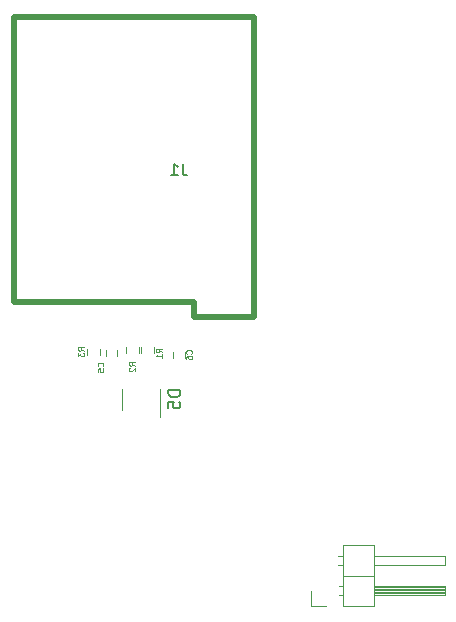
<source format=gbo>
G04 #@! TF.FileFunction,Legend,Bot*
%FSLAX46Y46*%
G04 Gerber Fmt 4.6, Leading zero omitted, Abs format (unit mm)*
G04 Created by KiCad (PCBNEW 4.0.7) date 06/11/18 13:45:27*
%MOMM*%
%LPD*%
G01*
G04 APERTURE LIST*
%ADD10C,0.100000*%
%ADD11C,0.500000*%
%ADD12C,0.120000*%
%ADD13C,0.150000*%
G04 APERTURE END LIST*
D10*
D11*
X130177000Y-87915000D02*
X130177000Y-63785000D01*
X145417000Y-87915000D02*
X130177000Y-87915000D01*
X145417000Y-89185000D02*
X145417000Y-87915000D01*
X150497000Y-89185000D02*
X145417000Y-89185000D01*
X150497000Y-63785000D02*
X150497000Y-89185000D01*
X130177000Y-63785000D02*
X150497000Y-63785000D01*
D12*
X138902000Y-91983000D02*
X138902000Y-92483000D01*
X137962000Y-92483000D02*
X137962000Y-91983000D01*
X143690000Y-92624000D02*
X143690000Y-92124000D01*
X144630000Y-92124000D02*
X144630000Y-92624000D01*
X139301000Y-97027000D02*
X139301000Y-95227000D01*
X142521000Y-95227000D02*
X142521000Y-97677000D01*
X158010000Y-113680000D02*
X158010000Y-108480000D01*
X158010000Y-108480000D02*
X160670000Y-108480000D01*
X160670000Y-108480000D02*
X160670000Y-113680000D01*
X160670000Y-113680000D02*
X158010000Y-113680000D01*
X160670000Y-112730000D02*
X166670000Y-112730000D01*
X166670000Y-112730000D02*
X166670000Y-111970000D01*
X166670000Y-111970000D02*
X160670000Y-111970000D01*
X160670000Y-112670000D02*
X166670000Y-112670000D01*
X160670000Y-112550000D02*
X166670000Y-112550000D01*
X160670000Y-112430000D02*
X166670000Y-112430000D01*
X160670000Y-112310000D02*
X166670000Y-112310000D01*
X160670000Y-112190000D02*
X166670000Y-112190000D01*
X160670000Y-112070000D02*
X166670000Y-112070000D01*
X157680000Y-112730000D02*
X158010000Y-112730000D01*
X157680000Y-111970000D02*
X158010000Y-111970000D01*
X158010000Y-111080000D02*
X160670000Y-111080000D01*
X160670000Y-110190000D02*
X166670000Y-110190000D01*
X166670000Y-110190000D02*
X166670000Y-109430000D01*
X166670000Y-109430000D02*
X160670000Y-109430000D01*
X157612929Y-110190000D02*
X158010000Y-110190000D01*
X157612929Y-109430000D02*
X158010000Y-109430000D01*
X155300000Y-112350000D02*
X155300000Y-113620000D01*
X155300000Y-113620000D02*
X156570000Y-113620000D01*
X140980000Y-92229000D02*
X140980000Y-91729000D01*
X142040000Y-91729000D02*
X142040000Y-92229000D01*
X139680000Y-92229000D02*
X139680000Y-91729000D01*
X140740000Y-91729000D02*
X140740000Y-92229000D01*
X136378000Y-92356000D02*
X136378000Y-91856000D01*
X137438000Y-91856000D02*
X137438000Y-92356000D01*
D13*
X144480333Y-76177381D02*
X144480333Y-76891667D01*
X144527953Y-77034524D01*
X144623191Y-77129762D01*
X144766048Y-77177381D01*
X144861286Y-77177381D01*
X143480333Y-77177381D02*
X144051762Y-77177381D01*
X143766048Y-77177381D02*
X143766048Y-76177381D01*
X143861286Y-76320238D01*
X143956524Y-76415476D01*
X144051762Y-76463095D01*
D10*
X137721571Y-93334667D02*
X137745381Y-93310857D01*
X137769190Y-93239429D01*
X137769190Y-93191810D01*
X137745381Y-93120381D01*
X137697762Y-93072762D01*
X137650143Y-93048953D01*
X137554905Y-93025143D01*
X137483476Y-93025143D01*
X137388238Y-93048953D01*
X137340619Y-93072762D01*
X137293000Y-93120381D01*
X137269190Y-93191810D01*
X137269190Y-93239429D01*
X137293000Y-93310857D01*
X137316810Y-93334667D01*
X137269190Y-93787048D02*
X137269190Y-93548953D01*
X137507286Y-93525143D01*
X137483476Y-93548953D01*
X137459667Y-93596572D01*
X137459667Y-93715619D01*
X137483476Y-93763238D01*
X137507286Y-93787048D01*
X137554905Y-93810857D01*
X137673952Y-93810857D01*
X137721571Y-93787048D01*
X137745381Y-93763238D01*
X137769190Y-93715619D01*
X137769190Y-93596572D01*
X137745381Y-93548953D01*
X137721571Y-93525143D01*
X145214571Y-92276667D02*
X145238381Y-92252857D01*
X145262190Y-92181429D01*
X145262190Y-92133810D01*
X145238381Y-92062381D01*
X145190762Y-92014762D01*
X145143143Y-91990953D01*
X145047905Y-91967143D01*
X144976476Y-91967143D01*
X144881238Y-91990953D01*
X144833619Y-92014762D01*
X144786000Y-92062381D01*
X144762190Y-92133810D01*
X144762190Y-92181429D01*
X144786000Y-92252857D01*
X144809810Y-92276667D01*
X144762190Y-92705238D02*
X144762190Y-92610000D01*
X144786000Y-92562381D01*
X144809810Y-92538572D01*
X144881238Y-92490953D01*
X144976476Y-92467143D01*
X145166952Y-92467143D01*
X145214571Y-92490953D01*
X145238381Y-92514762D01*
X145262190Y-92562381D01*
X145262190Y-92657619D01*
X145238381Y-92705238D01*
X145214571Y-92729048D01*
X145166952Y-92752857D01*
X145047905Y-92752857D01*
X145000286Y-92729048D01*
X144976476Y-92705238D01*
X144952667Y-92657619D01*
X144952667Y-92562381D01*
X144976476Y-92514762D01*
X145000286Y-92490953D01*
X145047905Y-92467143D01*
D13*
X144263381Y-95388905D02*
X143263381Y-95388905D01*
X143263381Y-95627000D01*
X143311000Y-95769858D01*
X143406238Y-95865096D01*
X143501476Y-95912715D01*
X143691952Y-95960334D01*
X143834810Y-95960334D01*
X144025286Y-95912715D01*
X144120524Y-95865096D01*
X144215762Y-95769858D01*
X144263381Y-95627000D01*
X144263381Y-95388905D01*
X143263381Y-96865096D02*
X143263381Y-96388905D01*
X143739571Y-96341286D01*
X143691952Y-96388905D01*
X143644333Y-96484143D01*
X143644333Y-96722239D01*
X143691952Y-96817477D01*
X143739571Y-96865096D01*
X143834810Y-96912715D01*
X144072905Y-96912715D01*
X144168143Y-96865096D01*
X144215762Y-96817477D01*
X144263381Y-96722239D01*
X144263381Y-96484143D01*
X144215762Y-96388905D01*
X144168143Y-96341286D01*
D10*
X142722190Y-92149667D02*
X142484095Y-91983000D01*
X142722190Y-91863953D02*
X142222190Y-91863953D01*
X142222190Y-92054429D01*
X142246000Y-92102048D01*
X142269810Y-92125857D01*
X142317429Y-92149667D01*
X142388857Y-92149667D01*
X142436476Y-92125857D01*
X142460286Y-92102048D01*
X142484095Y-92054429D01*
X142484095Y-91863953D01*
X142722190Y-92625857D02*
X142722190Y-92340143D01*
X142722190Y-92483000D02*
X142222190Y-92483000D01*
X142293619Y-92435381D01*
X142341238Y-92387762D01*
X142365048Y-92340143D01*
X140436190Y-93292667D02*
X140198095Y-93126000D01*
X140436190Y-93006953D02*
X139936190Y-93006953D01*
X139936190Y-93197429D01*
X139960000Y-93245048D01*
X139983810Y-93268857D01*
X140031429Y-93292667D01*
X140102857Y-93292667D01*
X140150476Y-93268857D01*
X140174286Y-93245048D01*
X140198095Y-93197429D01*
X140198095Y-93006953D01*
X139983810Y-93483143D02*
X139960000Y-93506953D01*
X139936190Y-93554572D01*
X139936190Y-93673619D01*
X139960000Y-93721238D01*
X139983810Y-93745048D01*
X140031429Y-93768857D01*
X140079048Y-93768857D01*
X140150476Y-93745048D01*
X140436190Y-93459334D01*
X140436190Y-93768857D01*
X136118190Y-92022667D02*
X135880095Y-91856000D01*
X136118190Y-91736953D02*
X135618190Y-91736953D01*
X135618190Y-91927429D01*
X135642000Y-91975048D01*
X135665810Y-91998857D01*
X135713429Y-92022667D01*
X135784857Y-92022667D01*
X135832476Y-91998857D01*
X135856286Y-91975048D01*
X135880095Y-91927429D01*
X135880095Y-91736953D01*
X135618190Y-92189334D02*
X135618190Y-92498857D01*
X135808667Y-92332191D01*
X135808667Y-92403619D01*
X135832476Y-92451238D01*
X135856286Y-92475048D01*
X135903905Y-92498857D01*
X136022952Y-92498857D01*
X136070571Y-92475048D01*
X136094381Y-92451238D01*
X136118190Y-92403619D01*
X136118190Y-92260762D01*
X136094381Y-92213143D01*
X136070571Y-92189334D01*
M02*

</source>
